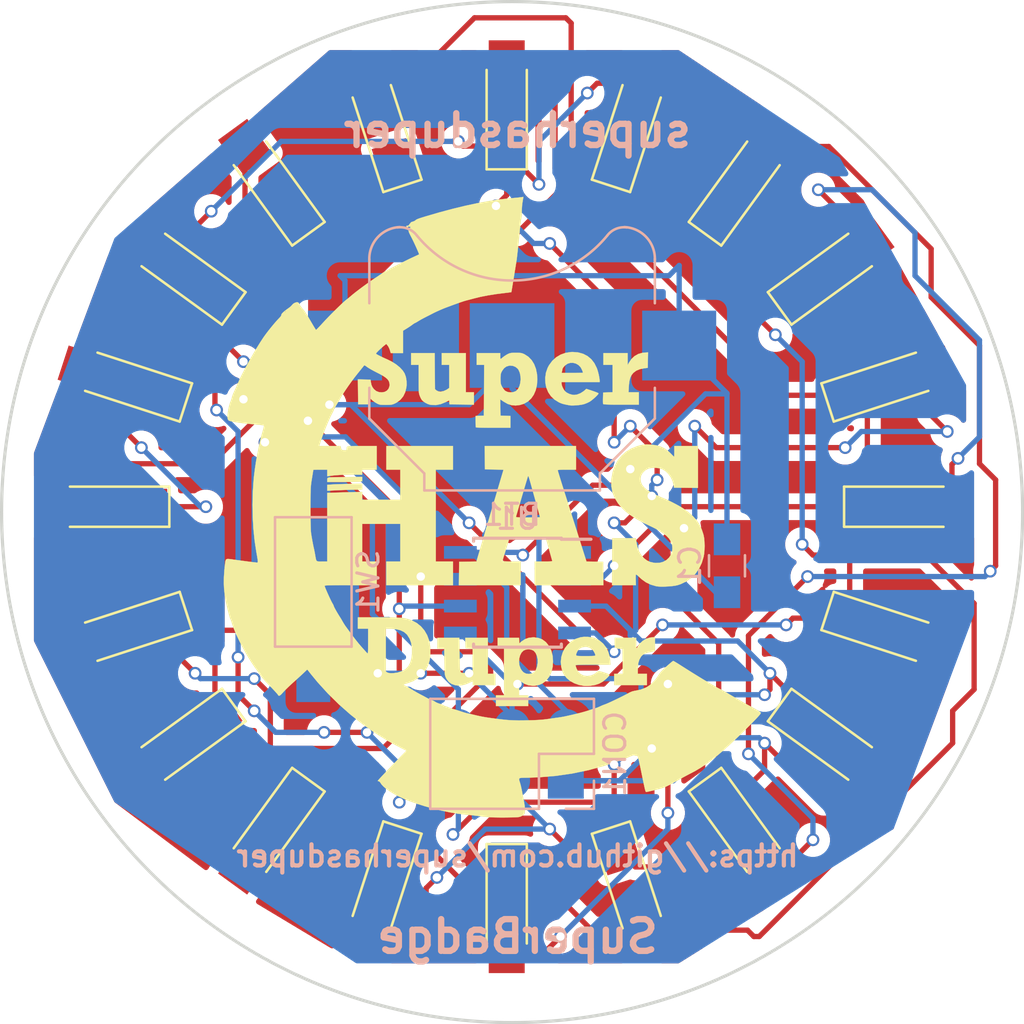
<source format=kicad_pcb>
(kicad_pcb (version 20171130) (host pcbnew "(5.1.0-0)")
  (layers (0 F.Cu signal hide) (31 B.Cu signal hide) (34 B.Paste user) (35 F.Paste user) (36 B.SilkS user) (37 F.SilkS user) (38 B.Mask user) (39 F.Mask user) (44 Edge.Cuts user))
  (net 0 "")
  (net 1 +3V3)
  (net 2 GND)
  (net 3 /MISO)
  (net 4 /SCK)
  (net 5 /MOSI)
  (net 6 /RESET)
  (net 7 "Net-(D1-Pad1)")
  (net 8 "Net-(D12-Pad1)")
  (module "badge copy:logo me v3.0" (layer F.Cu) (at 209.55 74.93)
    (fp_text reference G*** hide)
    (fp_text value LOGO hide)
  )
  (module Pin_Headers:Pin_Header_Straight_2x03_Pitch2.54mm (layer B.Cu) (at 211.836 86.614 90)
    (fp_text reference CON1 (at 1.27 2.33 90) (layer B.SilkS) (effects (justify mirror)))
    (fp_text value AVR-ISP-6)
    (pad 1 smd rect (at 0 0 90) (size 1.7 1.7) (layers B.Cu B.Paste B.Mask) (net 3 /MISO))
    (pad 2 smd oval (at 2.54 0 90) (size 1.7 1.7) (layers B.Cu B.Paste B.Mask) (net 1 +3V3))
    (pad 3 smd oval (at 0 -2.54 90) (size 1.7 1.7) (layers B.Cu B.Paste B.Mask) (net 4 /SCK))
    (pad 4 smd oval (at 2.54 -2.54 90) (size 1.7 1.7) (layers B.Cu B.Paste B.Mask) (net 5 /MOSI))
    (pad 5 smd oval (at 0 -5.08 90) (size 1.7 1.7) (layers B.Cu B.Paste B.Mask) (net 6 /RESET))
    (pad 6 smd oval (at 2.54 -5.08 90) (size 1.7 1.7) (layers B.Cu B.Paste B.Mask) (net 2 GND))
  )
  (module Battery_Holders:Keystone_3000_1x12mm-CoinCell (layer B.Cu) (at 209.296 66.04)
    (fp_text reference BT1 (at 0 8) (layer B.SilkS) (effects (justify mirror)))
    (fp_text value Battery_Cell)
    (pad 1 smd rect (at -7.9 0) (size 3.5 3.3) (layers B.Cu B.Paste B.Mask) (net 1 +3V3))
    (pad 1 smd rect (at 7.9 0) (size 3.5 3.3) (layers B.Cu B.Paste B.Mask) (net 1 +3V3))
    (pad 2 smd rect (at 0 0) (size 4 4) (layers B.Cu B.Mask) (net 2 GND))
  )
  (module Capacitors_SMD:C_0805_HandSoldering (layer B.Cu) (at 219.456 76.454 270)
    (fp_text reference C1 (at 0 1.75 270) (layer B.SilkS) (effects (justify mirror)))
    (fp_text value CP)
    (pad 1 smd rect (at -1.25 0 270) (size 1.5 1.25) (layers B.Cu B.Paste B.Mask) (net 1 +3V3))
    (pad 2 smd rect (at 1.25 0 270) (size 1.5 1.25) (layers B.Cu B.Paste B.Mask) (net 2 GND))
  )
  (module LEDs:LED_1206_HandSoldering (layer F.Cu) (at 228.092 73.66)
    (fp_text reference D1 hide)
    (fp_text value LED)
    (pad 1 smd rect (at -2 0) (size 2 1.7) (layers F.Cu F.Paste F.Mask) (net 7 "Net-(D1-Pad1)"))
    (pad 2 smd rect (at 2 0) (size 2 1.7) (layers F.Cu F.Paste F.Mask) (net 5 /MOSI))
  )
  (module LEDs:LED_1206_HandSoldering (layer F.Cu) (at 227.159626 79.546773 342)
    (fp_text reference D2 hide)
    (fp_text value LED)
    (pad 1 smd rect (at -2 0 342) (size 2 1.7) (layers F.Cu F.Paste F.Mask) (net 5 /MOSI))
    (pad 2 smd rect (at 2 0 342) (size 2 1.7) (layers F.Cu F.Paste F.Mask) (net 8 "Net-(D12-Pad1)"))
  )
  (module LEDs:LED_1206_HandSoldering (layer F.Cu) (at 224.453773 84.857309 324)
    (fp_text reference D3 hide)
    (fp_text value LED)
    (pad 1 smd rect (at -2 0 324) (size 2 1.7) (layers F.Cu F.Paste F.Mask) (net 8 "Net-(D12-Pad1)"))
    (pad 2 smd rect (at 2 0 324) (size 2 1.7) (layers F.Cu F.Paste F.Mask) (net 3 /MISO))
  )
  (module LEDs:LED_1206_HandSoldering (layer F.Cu) (at 220.239309 89.071773 306)
    (fp_text reference D4 hide)
    (fp_text value LED)
    (pad 1 smd rect (at -2 0 306) (size 2 1.7) (layers F.Cu F.Paste F.Mask) (net 3 /MISO))
    (pad 2 smd rect (at 2 0 306) (size 2 1.7) (layers F.Cu F.Paste F.Mask) (net 4 /SCK))
  )
  (module LEDs:LED_1206_HandSoldering (layer F.Cu) (at 214.928773 91.777626 288)
    (fp_text reference D5 hide)
    (fp_text value LED)
    (pad 1 smd rect (at -2 0 288) (size 2 1.7) (layers F.Cu F.Paste F.Mask) (net 4 /SCK))
    (pad 2 smd rect (at 2 0 288) (size 2 1.7) (layers F.Cu F.Paste F.Mask) (net 7 "Net-(D1-Pad1)"))
  )
  (module LEDs:LED_1206_HandSoldering (layer F.Cu) (at 209.042 92.71 270)
    (fp_text reference D6 hide)
    (fp_text value LED)
    (pad 1 smd rect (at -2 0 270) (size 2 1.7) (layers F.Cu F.Paste F.Mask) (net 7 "Net-(D1-Pad1)"))
    (pad 2 smd rect (at 2 0 270) (size 2 1.7) (layers F.Cu F.Paste F.Mask) (net 8 "Net-(D12-Pad1)"))
  )
  (module LEDs:LED_1206_HandSoldering (layer F.Cu) (at 203.155226 91.777626 252)
    (fp_text reference D7 hide)
    (fp_text value LED)
    (pad 1 smd rect (at -2 0 252) (size 2 1.7) (layers F.Cu F.Paste F.Mask) (net 8 "Net-(D12-Pad1)"))
    (pad 2 smd rect (at 2 0 252) (size 2 1.7) (layers F.Cu F.Paste F.Mask) (net 4 /SCK))
  )
  (module LEDs:LED_1206_HandSoldering (layer F.Cu) (at 197.84469 89.071773 234)
    (fp_text reference D8 hide)
    (fp_text value LED)
    (pad 1 smd rect (at -2 0 234) (size 2 1.7) (layers F.Cu F.Paste F.Mask) (net 4 /SCK))
    (pad 2 smd rect (at 2 0 234) (size 2 1.7) (layers F.Cu F.Paste F.Mask) (net 5 /MOSI))
  )
  (module LEDs:LED_1206_HandSoldering (layer F.Cu) (at 193.630227 84.857309 216)
    (fp_text reference D9 hide)
    (fp_text value LED)
    (pad 1 smd rect (at -2 0 216) (size 2 1.7) (layers F.Cu F.Paste F.Mask) (net 5 /MOSI))
    (pad 2 smd rect (at 2 0 216) (size 2 1.7) (layers F.Cu F.Paste F.Mask) (net 3 /MISO))
  )
  (module LEDs:LED_1206_HandSoldering (layer F.Cu) (at 190.924374 79.546773 198)
    (fp_text reference D10 hide)
    (fp_text value LED)
    (pad 1 smd rect (at -2 0 198) (size 2 1.7) (layers F.Cu F.Paste F.Mask) (net 3 /MISO))
    (pad 2 smd rect (at 2 0 198) (size 2 1.7) (layers F.Cu F.Paste F.Mask) (net 7 "Net-(D1-Pad1)"))
  )
  (module LEDs:LED_1206_HandSoldering (layer F.Cu) (at 189.992 73.66 180)
    (fp_text reference D11 hide)
    (fp_text value LED)
    (pad 1 smd rect (at -2 0 180) (size 2 1.7) (layers F.Cu F.Paste F.Mask) (net 5 /MOSI))
    (pad 2 smd rect (at 2 0 180) (size 2 1.7) (layers F.Cu F.Paste F.Mask) (net 7 "Net-(D1-Pad1)"))
  )
  (module LEDs:LED_1206_HandSoldering (layer F.Cu) (at 190.924374 67.773226 162)
    (fp_text reference D12 hide)
    (fp_text value LED)
    (pad 1 smd rect (at -2 0 162) (size 2 1.7) (layers F.Cu F.Paste F.Mask) (net 8 "Net-(D12-Pad1)"))
    (pad 2 smd rect (at 2 0 162) (size 2 1.7) (layers F.Cu F.Paste F.Mask) (net 5 /MOSI))
  )
  (module LEDs:LED_1206_HandSoldering (layer F.Cu) (at 193.630227 62.46269 144)
    (fp_text reference D13 hide)
    (fp_text value LED)
    (pad 1 smd rect (at -2 0 144) (size 2 1.7) (layers F.Cu F.Paste F.Mask) (net 3 /MISO))
    (pad 2 smd rect (at 2 0 144) (size 2 1.7) (layers F.Cu F.Paste F.Mask) (net 8 "Net-(D12-Pad1)"))
  )
  (module LEDs:LED_1206_HandSoldering (layer F.Cu) (at 197.84469 58.248227 126)
    (fp_text reference D14 hide)
    (fp_text value LED)
    (pad 1 smd rect (at -2 0 126) (size 2 1.7) (layers F.Cu F.Paste F.Mask) (net 4 /SCK))
    (pad 2 smd rect (at 2 0 126) (size 2 1.7) (layers F.Cu F.Paste F.Mask) (net 3 /MISO))
  )
  (module LEDs:LED_1206_HandSoldering (layer F.Cu) (at 203.155226 55.542374 108)
    (fp_text reference D15 hide)
    (fp_text value LED)
    (pad 1 smd rect (at -2 0 108) (size 2 1.7) (layers F.Cu F.Paste F.Mask) (net 7 "Net-(D1-Pad1)"))
    (pad 2 smd rect (at 2 0 108) (size 2 1.7) (layers F.Cu F.Paste F.Mask) (net 4 /SCK))
  )
  (module LEDs:LED_1206_HandSoldering (layer F.Cu) (at 209.041999 54.61 90)
    (fp_text reference D16 hide)
    (fp_text value LED)
    (pad 1 smd rect (at -2 0 90) (size 2 1.7) (layers F.Cu F.Paste F.Mask) (net 8 "Net-(D12-Pad1)"))
    (pad 2 smd rect (at 2 0 90) (size 2 1.7) (layers F.Cu F.Paste F.Mask) (net 7 "Net-(D1-Pad1)"))
  )
  (module LEDs:LED_1206_HandSoldering (layer F.Cu) (at 214.928773 55.542374 72)
    (fp_text reference D17 hide)
    (fp_text value LED)
    (pad 1 smd rect (at -2 0 72) (size 2 1.7) (layers F.Cu F.Paste F.Mask) (net 4 /SCK))
    (pad 2 smd rect (at 2 0 72) (size 2 1.7) (layers F.Cu F.Paste F.Mask) (net 8 "Net-(D12-Pad1)"))
  )
  (module LEDs:LED_1206_HandSoldering (layer F.Cu) (at 220.239309 58.248227 54)
    (fp_text reference D18 hide)
    (fp_text value LED)
    (pad 1 smd rect (at -2 0 54) (size 2 1.7) (layers F.Cu F.Paste F.Mask) (net 5 /MOSI))
    (pad 2 smd rect (at 2 0 54) (size 2 1.7) (layers F.Cu F.Paste F.Mask) (net 4 /SCK))
  )
  (module LEDs:LED_1206_HandSoldering (layer F.Cu) (at 224.453773 62.46269 36)
    (fp_text reference D19 hide)
    (fp_text value LED)
    (pad 1 smd rect (at -2 0 36) (size 2 1.7) (layers F.Cu F.Paste F.Mask) (net 3 /MISO))
    (pad 2 smd rect (at 2 0 36) (size 2 1.7) (layers F.Cu F.Paste F.Mask) (net 5 /MOSI))
  )
  (module LEDs:LED_1206_HandSoldering (layer F.Cu) (at 227.159626 67.773226 18)
    (fp_text reference D20 hide)
    (fp_text value LED)
    (pad 1 smd rect (at -2 0 18) (size 2 1.7) (layers F.Cu F.Paste F.Mask) (net 7 "Net-(D1-Pad1)"))
    (pad 2 smd rect (at 2 0 18) (size 2 1.7) (layers F.Cu F.Paste F.Mask) (net 3 /MISO))
  )
  (module Buttons_Switches_SMD:SW_SPST_FSMSM (layer B.Cu) (at 199.898 77.216 90)
    (fp_text reference SW1 (at 0 2.6 90) (layer B.SilkS) (effects (justify mirror)))
    (fp_text value SW_Push)
    (pad 1 smd rect (at -4.59 0 90) (size 2.18 1.6) (layers B.Cu B.Paste B.Mask) (net 6 /RESET))
    (pad 2 smd rect (at 4.59 0 90) (size 2.18 1.6) (layers B.Cu B.Paste B.Mask) (net 2 GND))
  )
  (module Housings_SOIC:SOIC-8_3.9x4.9mm_Pitch1.27mm (layer B.Cu) (at 209.55 77.724 180)
    (fp_text reference U1 (at 0 3.5 180) (layer B.SilkS) (effects (justify mirror)))
    (fp_text value ATTINY85-20SU)
    (pad 1 smd rect (at -2.7 1.905 180) (size 1.55 0.6) (layers B.Cu B.Paste B.Mask) (net 6 /RESET))
    (pad 2 smd rect (at -2.7 0.635 180) (size 1.55 0.6) (layers B.Cu B.Paste B.Mask) (net 7 "Net-(D1-Pad1)"))
    (pad 3 smd rect (at -2.7 -0.635 180) (size 1.55 0.6) (layers B.Cu B.Paste B.Mask) (net 8 "Net-(D12-Pad1)"))
    (pad 4 smd rect (at -2.7 -1.905 180) (size 1.55 0.6) (layers B.Cu B.Paste B.Mask) (net 2 GND))
    (pad 5 smd rect (at 2.7 -1.905 180) (size 1.55 0.6) (layers B.Cu B.Paste B.Mask) (net 5 /MOSI))
    (pad 6 smd rect (at 2.7 -0.635 180) (size 1.55 0.6) (layers B.Cu B.Paste B.Mask) (net 3 /MISO))
    (pad 7 smd rect (at 2.7 0.635 180) (size 1.55 0.6) (layers B.Cu B.Paste B.Mask) (net 4 /SCK))
    (pad 8 smd rect (at 2.7 1.905 180) (size 1.55 0.6) (layers B.Cu B.Paste B.Mask) (net 1 +3V3))
  )
  (gr_text superhasduper (at 209.55 55.88) (layer B.SilkS) (effects (font (size 1.5 1.5) (thickness 0.3)) (justify mirror)))
  (gr_text SuperBadge (at 209.55 93.98) (layer B.SilkS) (effects (font (size 1.5 1.5) (thickness 0.3)) (justify mirror)))
  (gr_text https://github.com/superhasduper (at 209.55 90.17) (layer B.SilkS) (effects (font (size 1 1) (thickness 0.2)) (justify mirror)))
  (gr_circle (center 209.296 73.914) (end 208.788 49.784) (layer Edge.Cuts) (width 0.15))
  (segment (start 219.456 68.326) (end 218.44 68.326) (width 0.25) (layer B.Cu) (net 1))
  (segment (start 209.677 75.819) (end 206.85 75.819) (width 0.25) (layer B.Cu) (net 1))
  (segment (start 209.804 75.946) (end 209.677 75.819) (width 0.25) (layer B.Cu) (net 1))
  (via (at 209.804 75.946) (size 0.6) (drill 0.4) (layers F.Cu B.Cu) (net 1))
  (segment (start 213.106 72.644) (end 209.804 75.946) (width 0.25) (layer F.Cu) (net 1))
  (segment (start 214.122 72.644) (end 213.106 72.644) (width 0.25) (layer F.Cu) (net 1))
  (segment (start 214.884 71.882) (end 214.122 72.644) (width 0.25) (layer F.Cu) (net 1))
  (via (at 214.884 71.882) (size 0.6) (drill 0.4) (layers F.Cu B.Cu) (net 1))
  (segment (start 218.44 68.326) (end 214.884 71.882) (width 0.25) (layer B.Cu) (net 1))
  (segment (start 206.85 75.819) (end 207.391 75.819) (width 0.25) (layer B.Cu) (net 1))
  (segment (start 207.391 75.819) (end 209.042 77.47) (width 0.25) (layer B.Cu) (net 1))
  (segment (start 209.042 77.47) (end 209.042 80.518) (width 0.25) (layer B.Cu) (net 1))
  (segment (start 209.042 80.518) (end 209.296 80.772) (width 0.25) (layer B.Cu) (net 1))
  (segment (start 211.836 84.074) (end 211.836 83.312) (width 0.25) (layer B.Cu) (net 1))
  (segment (start 211.836 83.312) (end 209.296 80.772) (width 0.25) (layer B.Cu) (net 1))
  (segment (start 217.196 66.04) (end 217.196 62.256) (width 0.25) (layer B.Cu) (net 1))
  (segment (start 201.396 62.966) (end 201.396 66.04) (width 0.25) (layer B.Cu) (net 1))
  (segment (start 201.168 62.738) (end 201.396 62.966) (width 0.25) (layer B.Cu) (net 1))
  (segment (start 216.714 62.738) (end 201.168 62.738) (width 0.25) (layer B.Cu) (net 1))
  (segment (start 217.196 62.256) (end 216.714 62.738) (width 0.25) (layer B.Cu) (net 1))
  (segment (start 219.456 75.204) (end 219.456 68.326) (width 0.25) (layer B.Cu) (net 1))
  (segment (start 219.456 68.326) (end 219.456 68.3) (width 0.25) (layer B.Cu) (net 1))
  (segment (start 219.456 68.3) (end 217.196 66.04) (width 0.25) (layer B.Cu) (net 1))
  (segment (start 206.756 84.074) (end 206.756 82.296) (width 0.25) (layer B.Cu) (net 2))
  (segment (start 201.404 72.626) (end 199.898 72.626) (width 0.25) (layer B.Cu) (net 2))
  (segment (start 202.692 73.914) (end 201.404 72.626) (width 0.25) (layer B.Cu) (net 2))
  (segment (start 202.692 78.74) (end 202.692 73.914) (width 0.25) (layer B.Cu) (net 2))
  (segment (start 202.946 78.994) (end 202.692 78.74) (width 0.25) (layer B.Cu) (net 2))
  (segment (start 203.454 78.994) (end 202.946 78.994) (width 0.25) (layer B.Cu) (net 2))
  (segment (start 206.756 82.296) (end 203.454 78.994) (width 0.25) (layer B.Cu) (net 2))
  (segment (start 200.66 68.834) (end 201.676 68.834) (width 0.25) (layer B.Cu) (net 2))
  (segment (start 213.233 79.629) (end 212.25 79.629) (width 0.25) (layer B.Cu) (net 2))
  (segment (start 214.122 80.518) (end 213.233 79.629) (width 0.25) (layer B.Cu) (net 2))
  (via (at 214.122 80.518) (size 0.6) (drill 0.4) (layers F.Cu B.Cu) (net 2))
  (segment (start 213.36 80.518) (end 214.122 80.518) (width 0.25) (layer F.Cu) (net 2))
  (segment (start 207.264 74.422) (end 213.36 80.518) (width 0.25) (layer F.Cu) (net 2))
  (via (at 207.264 74.422) (size 0.6) (drill 0.4) (layers F.Cu B.Cu) (net 2))
  (segment (start 201.676 68.834) (end 207.264 74.422) (width 0.25) (layer B.Cu) (net 2))
  (segment (start 199.898 72.626) (end 199.626 72.626) (width 0.25) (layer B.Cu) (net 2))
  (segment (start 199.626 72.626) (end 197.612 70.612) (width 0.25) (layer B.Cu) (net 2))
  (via (at 197.612 70.612) (size 0.6) (drill 0.4) (layers F.Cu B.Cu) (net 2))
  (segment (start 197.612 70.612) (end 199.39 68.834) (width 0.25) (layer F.Cu) (net 2))
  (segment (start 199.39 68.834) (end 200.66 68.834) (width 0.25) (layer F.Cu) (net 2))
  (via (at 200.66 68.834) (size 0.6) (drill 0.4) (layers F.Cu B.Cu) (net 2))
  (segment (start 200.66 68.834) (end 207.264 68.834) (width 0.25) (layer B.Cu) (net 2))
  (segment (start 207.264 68.834) (end 209.296 66.802) (width 0.25) (layer B.Cu) (net 2))
  (segment (start 209.296 66.802) (end 209.296 66.04) (width 0.25) (layer B.Cu) (net 2))
  (segment (start 219.456 77.704) (end 218.928 77.704) (width 0.25) (layer B.Cu) (net 2))
  (segment (start 218.928 77.704) (end 209.296 68.072) (width 0.25) (layer B.Cu) (net 2))
  (segment (start 209.296 68.072) (end 209.296 66.04) (width 0.25) (layer B.Cu) (net 2))
  (segment (start 229.061739 67.155192) (end 226.921192 67.155192) (width 0.25) (layer F.Cu) (net 3))
  (segment (start 226.921192 67.155192) (end 223.404261 63.638261) (width 0.25) (layer F.Cu) (net 3))
  (segment (start 223.404261 63.638261) (end 222.835739 63.638261) (width 0.25) (layer F.Cu) (net 3))
  (segment (start 219.063738 87.453739) (end 219.063738 80.125738) (width 0.25) (layer F.Cu) (net 3))
  (segment (start 229.061739 69.295739) (end 229.061739 67.155192) (width 0.25) (layer F.Cu) (net 3))
  (segment (start 229.87 70.104) (end 229.061739 69.295739) (width 0.25) (layer F.Cu) (net 3))
  (via (at 229.87 70.104) (size 0.6) (drill 0.4) (layers F.Cu B.Cu) (net 3))
  (segment (start 225.806 70.104) (end 229.87 70.104) (width 0.25) (layer B.Cu) (net 3))
  (segment (start 225.044 70.866) (end 225.806 70.104) (width 0.25) (layer B.Cu) (net 3))
  (via (at 225.044 70.866) (size 0.6) (drill 0.4) (layers F.Cu B.Cu) (net 3))
  (segment (start 218.948 70.866) (end 225.044 70.866) (width 0.25) (layer F.Cu) (net 3))
  (segment (start 217.932 69.85) (end 218.948 70.866) (width 0.25) (layer F.Cu) (net 3))
  (via (at 217.932 69.85) (size 0.6) (drill 0.4) (layers F.Cu B.Cu) (net 3))
  (segment (start 217.932 74.168) (end 217.932 69.85) (width 0.25) (layer B.Cu) (net 3))
  (segment (start 217.424 74.676) (end 217.932 74.168) (width 0.25) (layer B.Cu) (net 3))
  (via (at 217.424 74.676) (size 0.6) (drill 0.4) (layers F.Cu B.Cu) (net 3))
  (segment (start 217.424 78.486) (end 217.424 74.676) (width 0.25) (layer F.Cu) (net 3))
  (segment (start 219.063738 80.125738) (end 217.424 78.486) (width 0.25) (layer F.Cu) (net 3))
  (segment (start 219.063738 87.453739) (end 219.886261 87.453739) (width 0.25) (layer F.Cu) (net 3))
  (segment (start 219.886261 87.453739) (end 221.234 86.106) (width 0.25) (layer F.Cu) (net 3))
  (segment (start 221.234 86.106) (end 221.234 84.836) (width 0.25) (layer F.Cu) (net 3))
  (segment (start 211.836 86.614) (end 216.916 86.614) (width 0.25) (layer B.Cu) (net 3))
  (segment (start 224.474687 87.63) (end 226.071807 86.03288) (width 0.25) (layer F.Cu) (net 3))
  (segment (start 224.028 87.63) (end 224.474687 87.63) (width 0.25) (layer F.Cu) (net 3))
  (segment (start 221.234 84.836) (end 224.028 87.63) (width 0.25) (layer F.Cu) (net 3))
  (via (at 221.234 84.836) (size 0.6) (drill 0.4) (layers F.Cu B.Cu) (net 3))
  (segment (start 220.98 84.582) (end 221.234 84.836) (width 0.25) (layer B.Cu) (net 3))
  (segment (start 218.948 84.582) (end 220.98 84.582) (width 0.25) (layer B.Cu) (net 3))
  (segment (start 216.916 86.614) (end 218.948 84.582) (width 0.25) (layer B.Cu) (net 3))
  (segment (start 195.248261 63.638261) (end 195.248261 69.010261) (width 0.25) (layer F.Cu) (net 3))
  (segment (start 214.376 86.614) (end 211.836 86.614) (width 0.25) (layer B.Cu) (net 3))
  (segment (start 215.9 85.09) (end 214.376 86.614) (width 0.25) (layer B.Cu) (net 3))
  (via (at 215.9 85.09) (size 0.6) (drill 0.4) (layers F.Cu B.Cu) (net 3))
  (segment (start 206.502 85.09) (end 215.9 85.09) (width 0.25) (layer F.Cu) (net 3))
  (segment (start 203.962 87.63) (end 206.502 85.09) (width 0.25) (layer F.Cu) (net 3))
  (via (at 203.962 87.63) (size 0.6) (drill 0.4) (layers F.Cu B.Cu) (net 3))
  (segment (start 203.962 85.852) (end 203.962 87.63) (width 0.25) (layer B.Cu) (net 3))
  (segment (start 202.438 84.328) (end 203.962 85.852) (width 0.25) (layer B.Cu) (net 3))
  (via (at 202.438 84.328) (size 0.6) (drill 0.4) (layers F.Cu B.Cu) (net 3))
  (segment (start 200.406 84.328) (end 202.438 84.328) (width 0.25) (layer F.Cu) (net 3))
  (via (at 200.406 84.328) (size 0.6) (drill 0.4) (layers F.Cu B.Cu) (net 3))
  (segment (start 198.12 84.328) (end 200.406 84.328) (width 0.25) (layer B.Cu) (net 3))
  (segment (start 197.104 83.312) (end 198.12 84.328) (width 0.25) (layer B.Cu) (net 3))
  (via (at 197.104 83.312) (size 0.6) (drill 0.4) (layers F.Cu B.Cu) (net 3))
  (segment (start 196.342 82.55) (end 197.104 83.312) (width 0.25) (layer F.Cu) (net 3))
  (segment (start 196.342 80.772) (end 196.342 82.55) (width 0.25) (layer F.Cu) (net 3))
  (via (at 196.342 80.772) (size 0.6) (drill 0.4) (layers F.Cu B.Cu) (net 3))
  (segment (start 196.342 70.104) (end 196.342 80.772) (width 0.25) (layer B.Cu) (net 3))
  (segment (start 195.326 69.088) (end 196.342 70.104) (width 0.25) (layer B.Cu) (net 3))
  (via (at 195.326 69.088) (size 0.6) (drill 0.4) (layers F.Cu B.Cu) (net 3))
  (segment (start 195.248261 69.010261) (end 195.326 69.088) (width 0.25) (layer F.Cu) (net 3))
  (segment (start 195.248261 63.638261) (end 195.248261 62.307739) (width 0.25) (layer F.Cu) (net 3))
  (segment (start 196.669119 60.886881) (end 196.669119 56.630193) (width 0.25) (layer F.Cu) (net 3))
  (segment (start 195.248261 62.307739) (end 196.669119 60.886881) (width 0.25) (layer F.Cu) (net 3))
  (segment (start 203.962 78.486) (end 203.962 73.914) (width 0.25) (layer F.Cu) (net 3))
  (segment (start 195.248261 65.454261) (end 195.248261 63.638261) (width 0.25) (layer F.Cu) (net 3))
  (segment (start 196.596 66.802) (end 195.248261 65.454261) (width 0.25) (layer F.Cu) (net 3))
  (via (at 196.596 66.802) (size 0.6) (drill 0.4) (layers F.Cu B.Cu) (net 3))
  (segment (start 196.85 66.802) (end 196.596 66.802) (width 0.25) (layer B.Cu) (net 3))
  (segment (start 199.644 69.596) (end 196.85 66.802) (width 0.25) (layer B.Cu) (net 3))
  (via (at 199.644 69.596) (size 0.6) (drill 0.4) (layers F.Cu B.Cu) (net 3))
  (segment (start 203.962 73.914) (end 199.644 69.596) (width 0.25) (layer F.Cu) (net 3))
  (segment (start 192.826487 78.928739) (end 192.826487 80.050487) (width 0.25) (layer F.Cu) (net 3))
  (segment (start 204.089 78.359) (end 206.85 78.359) (width 0.25) (layer B.Cu) (net 3))
  (segment (start 203.962 78.486) (end 204.089 78.359) (width 0.25) (layer B.Cu) (net 3))
  (via (at 203.962 78.486) (size 0.6) (drill 0.4) (layers F.Cu B.Cu) (net 3))
  (segment (start 203.962 84.328) (end 203.962 78.486) (width 0.25) (layer F.Cu) (net 3))
  (segment (start 203.2 85.09) (end 203.962 84.328) (width 0.25) (layer F.Cu) (net 3))
  (segment (start 197.866 85.09) (end 203.2 85.09) (width 0.25) (layer F.Cu) (net 3))
  (segment (start 197.866 82.55) (end 197.866 85.09) (width 0.25) (layer F.Cu) (net 3))
  (segment (start 197.104 81.788) (end 197.866 82.55) (width 0.25) (layer F.Cu) (net 3))
  (via (at 197.104 81.788) (size 0.6) (drill 0.4) (layers F.Cu B.Cu) (net 3))
  (segment (start 194.564 81.788) (end 197.104 81.788) (width 0.25) (layer B.Cu) (net 3))
  (segment (start 194.31 81.534) (end 194.564 81.788) (width 0.25) (layer B.Cu) (net 3))
  (via (at 194.31 81.534) (size 0.6) (drill 0.4) (layers F.Cu B.Cu) (net 3))
  (segment (start 192.826487 80.050487) (end 194.31 81.534) (width 0.25) (layer F.Cu) (net 3))
  (segment (start 192.826487 78.928739) (end 192.826487 85.218586) (width 0.25) (layer F.Cu) (net 3))
  (segment (start 192.826487 85.218586) (end 192.012193 86.03288) (width 0.25) (layer F.Cu) (net 3))
  (segment (start 204.978 76.962) (end 204.978 73.914) (width 0.25) (layer B.Cu) (net 4))
  (segment (start 199.020261 66.155739) (end 199.020261 59.866261) (width 0.25) (layer F.Cu) (net 4))
  (segment (start 196.596 68.58) (end 199.020261 66.155739) (width 0.25) (layer F.Cu) (net 4))
  (via (at 196.596 68.58) (size 0.6) (drill 0.4) (layers F.Cu B.Cu) (net 4))
  (segment (start 198.374 70.358) (end 196.596 68.58) (width 0.25) (layer B.Cu) (net 4))
  (segment (start 201.422 70.358) (end 198.374 70.358) (width 0.25) (layer B.Cu) (net 4))
  (segment (start 204.978 73.914) (end 201.422 70.358) (width 0.25) (layer B.Cu) (net 4))
  (segment (start 199.020261 87.453739) (end 202.360261 87.453739) (width 0.25) (layer F.Cu) (net 4))
  (segment (start 205.105 77.089) (end 206.85 77.089) (width 0.25) (layer B.Cu) (net 4))
  (segment (start 204.978 76.962) (end 205.105 77.089) (width 0.25) (layer B.Cu) (net 4))
  (via (at 204.978 76.962) (size 0.6) (drill 0.4) (layers F.Cu B.Cu) (net 4))
  (segment (start 204.978 80.518) (end 204.978 76.962) (width 0.25) (layer F.Cu) (net 4))
  (segment (start 207.518 80.518) (end 204.978 80.518) (width 0.25) (layer F.Cu) (net 4))
  (segment (start 208.28 81.28) (end 207.518 80.518) (width 0.25) (layer F.Cu) (net 4))
  (segment (start 208.28 81.534) (end 208.28 81.28) (width 0.25) (layer F.Cu) (net 4))
  (segment (start 202.360261 87.453739) (end 208.28 81.534) (width 0.25) (layer F.Cu) (net 4))
  (segment (start 202.537192 93.679739) (end 201.629739 93.679739) (width 0.25) (layer F.Cu) (net 4))
  (segment (start 201.168 89.601478) (end 199.020261 87.453739) (width 0.25) (layer F.Cu) (net 4))
  (segment (start 201.168 93.218) (end 201.168 89.601478) (width 0.25) (layer F.Cu) (net 4))
  (segment (start 201.629739 93.679739) (end 201.168 93.218) (width 0.25) (layer F.Cu) (net 4))
  (segment (start 211.074 88.9) (end 208.026 88.9) (width 0.25) (layer B.Cu) (net 4))
  (segment (start 204.677739 93.679739) (end 202.537192 93.679739) (width 0.25) (layer F.Cu) (net 4))
  (segment (start 205.232 94.234) (end 204.677739 93.679739) (width 0.25) (layer F.Cu) (net 4))
  (segment (start 205.232 91.694) (end 205.232 94.234) (width 0.25) (layer F.Cu) (net 4))
  (segment (start 205.74 91.186) (end 205.232 91.694) (width 0.25) (layer F.Cu) (net 4))
  (via (at 205.74 91.186) (size 0.6) (drill 0.4) (layers F.Cu B.Cu) (net 4))
  (segment (start 208.026 88.9) (end 205.74 91.186) (width 0.25) (layer B.Cu) (net 4))
  (segment (start 214.310739 89.875513) (end 212.049513 89.875513) (width 0.25) (layer F.Cu) (net 4))
  (segment (start 211.074 88.9) (end 209.296 87.122) (width 0.25) (layer B.Cu) (net 4))
  (via (at 211.074 88.9) (size 0.6) (drill 0.4) (layers F.Cu B.Cu) (net 4))
  (segment (start 212.049513 89.875513) (end 211.074 88.9) (width 0.25) (layer F.Cu) (net 4))
  (segment (start 209.296 87.122) (end 209.296 86.614) (width 0.25) (layer B.Cu) (net 4))
  (segment (start 221.41488 90.689807) (end 215.125033 90.689807) (width 0.25) (layer F.Cu) (net 4))
  (segment (start 215.125033 90.689807) (end 214.310739 89.875513) (width 0.25) (layer F.Cu) (net 4))
  (segment (start 221.41488 56.630193) (end 224.270193 56.630193) (width 0.25) (layer F.Cu) (net 4))
  (segment (start 223.52 89.408) (end 222.238193 90.689807) (width 0.25) (layer F.Cu) (net 4))
  (via (at 223.52 89.408) (size 0.6) (drill 0.4) (layers F.Cu B.Cu) (net 4))
  (segment (start 223.52 88.392) (end 223.52 89.408) (width 0.25) (layer B.Cu) (net 4))
  (segment (start 220.472 85.344) (end 223.52 88.392) (width 0.25) (layer B.Cu) (net 4))
  (via (at 220.472 85.344) (size 0.6) (drill 0.4) (layers F.Cu B.Cu) (net 4))
  (segment (start 220.472 79.756) (end 220.472 85.344) (width 0.25) (layer F.Cu) (net 4))
  (segment (start 223.266 76.962) (end 220.472 79.756) (width 0.25) (layer F.Cu) (net 4))
  (via (at 223.266 76.962) (size 0.6) (drill 0.4) (layers F.Cu B.Cu) (net 4))
  (segment (start 231.648 76.962) (end 223.266 76.962) (width 0.25) (layer B.Cu) (net 4))
  (segment (start 231.902 76.708) (end 231.648 76.962) (width 0.25) (layer B.Cu) (net 4))
  (via (at 231.902 76.708) (size 0.6) (drill 0.4) (layers F.Cu B.Cu) (net 4))
  (segment (start 232.156 76.454) (end 231.902 76.708) (width 0.25) (layer F.Cu) (net 4))
  (segment (start 232.156 72.39) (end 232.156 76.454) (width 0.25) (layer F.Cu) (net 4))
  (segment (start 231.394 71.628) (end 232.156 72.39) (width 0.25) (layer F.Cu) (net 4))
  (segment (start 231.394 66.04) (end 231.394 71.628) (width 0.25) (layer F.Cu) (net 4))
  (segment (start 229.108 63.754) (end 231.394 66.04) (width 0.25) (layer F.Cu) (net 4))
  (segment (start 229.108 61.468) (end 229.108 63.754) (width 0.25) (layer F.Cu) (net 4))
  (segment (start 224.270193 56.630193) (end 229.108 61.468) (width 0.25) (layer F.Cu) (net 4))
  (segment (start 222.238193 90.689807) (end 221.41488 90.689807) (width 0.25) (layer F.Cu) (net 4))
  (segment (start 214.310739 57.444487) (end 217.129513 57.444487) (width 0.25) (layer F.Cu) (net 4))
  (segment (start 217.943807 56.630193) (end 221.41488 56.630193) (width 0.25) (layer F.Cu) (net 4))
  (segment (start 217.129513 57.444487) (end 217.943807 56.630193) (width 0.25) (layer F.Cu) (net 4))
  (segment (start 213.762252 56.896) (end 212.09 56.896) (width 0.25) (layer F.Cu) (net 4))
  (segment (start 204.423739 53.640261) (end 207.518 50.546) (width 0.25) (layer F.Cu) (net 4))
  (segment (start 207.518 50.546) (end 211.836 50.546) (width 0.25) (layer F.Cu) (net 4))
  (segment (start 211.836 50.546) (end 212.09 50.8) (width 0.25) (layer F.Cu) (net 4))
  (segment (start 212.09 50.8) (end 212.09 56.896) (width 0.25) (layer F.Cu) (net 4))
  (segment (start 204.423739 53.640261) (end 202.537192 53.640261) (width 0.25) (layer F.Cu) (net 4))
  (segment (start 213.762252 56.896) (end 214.310739 57.444487) (width 0.25) (layer F.Cu) (net 4))
  (segment (start 209.296 84.074) (end 209.296 83.566) (width 0.25) (layer B.Cu) (net 5))
  (segment (start 209.296 83.566) (end 207.264 81.534) (width 0.25) (layer B.Cu) (net 5))
  (segment (start 200.914 79.502) (end 195.58 79.502) (width 0.25) (layer F.Cu) (net 5))
  (segment (start 202.946 81.534) (end 200.914 79.502) (width 0.25) (layer F.Cu) (net 5))
  (via (at 202.946 81.534) (size 0.6) (drill 0.4) (layers F.Cu B.Cu) (net 5))
  (segment (start 204.978 81.534) (end 202.946 81.534) (width 0.25) (layer B.Cu) (net 5))
  (via (at 204.978 81.534) (size 0.6) (drill 0.4) (layers F.Cu B.Cu) (net 5))
  (segment (start 207.264 81.534) (end 204.978 81.534) (width 0.25) (layer F.Cu) (net 5))
  (via (at 207.264 81.534) (size 0.6) (drill 0.4) (layers F.Cu B.Cu) (net 5))
  (segment (start 189.022261 67.155192) (end 189.022261 68.118261) (width 0.25) (layer F.Cu) (net 5))
  (segment (start 194.818 73.66) (end 191.992 73.66) (width 0.25) (layer F.Cu) (net 5))
  (via (at 194.818 73.66) (size 0.6) (drill 0.4) (layers F.Cu B.Cu) (net 5))
  (segment (start 194.564 73.66) (end 194.818 73.66) (width 0.25) (layer B.Cu) (net 5))
  (segment (start 191.77 70.866) (end 194.564 73.66) (width 0.25) (layer B.Cu) (net 5))
  (via (at 191.77 70.866) (size 0.6) (drill 0.4) (layers F.Cu B.Cu) (net 5))
  (segment (start 189.022261 68.118261) (end 191.77 70.866) (width 0.25) (layer F.Cu) (net 5))
  (segment (start 209.55 82.042) (end 209.263 82.042) (width 0.25) (layer B.Cu) (net 5))
  (segment (start 209.263 82.042) (end 206.85 79.629) (width 0.25) (layer B.Cu) (net 5))
  (segment (start 225.257513 78.928739) (end 222.569261 78.928739) (width 0.25) (layer F.Cu) (net 5))
  (segment (start 209.296 82.296) (end 209.296 84.074) (width 0.25) (layer B.Cu) (net 5))
  (segment (start 209.55 82.042) (end 209.296 82.296) (width 0.25) (layer B.Cu) (net 5))
  (via (at 209.55 82.042) (size 0.6) (drill 0.4) (layers F.Cu B.Cu) (net 5))
  (segment (start 213.614 82.042) (end 209.55 82.042) (width 0.25) (layer F.Cu) (net 5))
  (segment (start 216.408 79.248) (end 213.614 82.042) (width 0.25) (layer F.Cu) (net 5))
  (via (at 216.408 79.248) (size 0.6) (drill 0.4) (layers F.Cu B.Cu) (net 5))
  (segment (start 222.25 79.248) (end 216.408 79.248) (width 0.25) (layer B.Cu) (net 5))
  (via (at 222.25 79.248) (size 0.6) (drill 0.4) (layers F.Cu B.Cu) (net 5))
  (segment (start 222.569261 78.928739) (end 222.25 79.248) (width 0.25) (layer F.Cu) (net 5))
  (segment (start 219.063738 59.866261) (end 219.063738 62.853738) (width 0.25) (layer F.Cu) (net 5))
  (segment (start 225.257513 76.159513) (end 225.257513 78.928739) (width 0.25) (layer F.Cu) (net 5))
  (segment (start 225.044 75.946) (end 225.257513 76.159513) (width 0.25) (layer F.Cu) (net 5))
  (segment (start 223.52 75.946) (end 225.044 75.946) (width 0.25) (layer F.Cu) (net 5))
  (segment (start 223.012 75.438) (end 223.52 75.946) (width 0.25) (layer F.Cu) (net 5))
  (via (at 223.012 75.438) (size 0.6) (drill 0.4) (layers F.Cu B.Cu) (net 5))
  (segment (start 223.012 66.802) (end 223.012 75.438) (width 0.25) (layer B.Cu) (net 5))
  (segment (start 221.742 65.532) (end 223.012 66.802) (width 0.25) (layer B.Cu) (net 5))
  (via (at 221.742 65.532) (size 0.6) (drill 0.4) (layers F.Cu B.Cu) (net 5))
  (segment (start 219.063738 62.853738) (end 221.742 65.532) (width 0.25) (layer F.Cu) (net 5))
  (segment (start 230.092 73.66) (end 230.092 71.66) (width 0.25) (layer F.Cu) (net 5))
  (segment (start 223.774 58.674) (end 226.071807 60.971807) (width 0.25) (layer F.Cu) (net 5))
  (via (at 223.774 58.674) (size 0.6) (drill 0.4) (layers F.Cu B.Cu) (net 5))
  (segment (start 226.314 58.674) (end 223.774 58.674) (width 0.25) (layer B.Cu) (net 5))
  (segment (start 228.346 60.706) (end 226.314 58.674) (width 0.25) (layer B.Cu) (net 5))
  (segment (start 228.346 62.738) (end 228.346 60.706) (width 0.25) (layer B.Cu) (net 5))
  (segment (start 231.394 65.786) (end 228.346 62.738) (width 0.25) (layer B.Cu) (net 5))
  (segment (start 231.394 70.358) (end 231.394 65.786) (width 0.25) (layer B.Cu) (net 5))
  (segment (start 230.378 71.374) (end 231.394 70.358) (width 0.25) (layer B.Cu) (net 5))
  (via (at 230.378 71.374) (size 0.6) (drill 0.4) (layers F.Cu B.Cu) (net 5))
  (segment (start 230.092 71.66) (end 230.378 71.374) (width 0.25) (layer F.Cu) (net 5))
  (segment (start 226.071807 60.971807) (end 226.071807 61.287119) (width 0.25) (layer F.Cu) (net 5))
  (segment (start 226.071807 61.287119) (end 220.484596 61.287119) (width 0.25) (layer F.Cu) (net 5))
  (segment (start 220.484596 61.287119) (end 219.063738 59.866261) (width 0.25) (layer F.Cu) (net 5))
  (segment (start 195.248261 83.681738) (end 195.248261 80.341739) (width 0.25) (layer F.Cu) (net 5))
  (segment (start 195.58 77.248) (end 191.992 73.66) (width 0.25) (layer F.Cu) (net 5))
  (segment (start 195.58 80.01) (end 195.58 79.502) (width 0.25) (layer F.Cu) (net 5))
  (segment (start 195.58 79.502) (end 195.58 77.248) (width 0.25) (layer F.Cu) (net 5))
  (segment (start 195.248261 80.341739) (end 195.58 80.01) (width 0.25) (layer F.Cu) (net 5))
  (segment (start 196.669119 90.689807) (end 196.669119 89.481119) (width 0.25) (layer F.Cu) (net 5))
  (segment (start 196.669119 89.481119) (end 195.248261 88.060261) (width 0.25) (layer F.Cu) (net 5))
  (segment (start 195.248261 88.060261) (end 195.248261 83.681738) (width 0.25) (layer F.Cu) (net 5))
  (segment (start 215.392 81.788) (end 215.392 84.582) (width 0.25) (layer B.Cu) (net 6))
  (segment (start 212.25 74.008) (end 212.09 74.168) (width 0.25) (layer B.Cu) (net 6))
  (segment (start 212.09 74.168) (end 209.804 74.168) (width 0.25) (layer B.Cu) (net 6))
  (segment (start 209.804 74.168) (end 210.566 74.93) (width 0.25) (layer B.Cu) (net 6))
  (segment (start 210.566 74.93) (end 210.566 81.28) (width 0.25) (layer B.Cu) (net 6))
  (segment (start 210.566 81.28) (end 211.074 81.788) (width 0.25) (layer B.Cu) (net 6))
  (segment (start 211.074 81.788) (end 215.392 81.788) (width 0.25) (layer B.Cu) (net 6))
  (segment (start 212.25 75.819) (end 212.25 74.008) (width 0.25) (layer B.Cu) (net 6))
  (segment (start 206.756 88.9) (end 206.756 86.614) (width 0.25) (layer B.Cu) (net 6))
  (segment (start 206.502 89.154) (end 206.756 88.9) (width 0.25) (layer B.Cu) (net 6))
  (via (at 206.502 89.154) (size 0.6) (drill 0.4) (layers F.Cu B.Cu) (net 6))
  (segment (start 208.026 87.63) (end 206.502 89.154) (width 0.25) (layer F.Cu) (net 6))
  (segment (start 213.614 87.63) (end 208.026 87.63) (width 0.25) (layer F.Cu) (net 6))
  (segment (start 214.122 88.138) (end 213.614 87.63) (width 0.25) (layer F.Cu) (net 6))
  (segment (start 214.122 85.852) (end 214.122 88.138) (width 0.25) (layer F.Cu) (net 6))
  (via (at 214.122 85.852) (size 0.6) (drill 0.4) (layers F.Cu B.Cu) (net 6))
  (segment (start 215.392 84.582) (end 214.122 85.852) (width 0.25) (layer B.Cu) (net 6))
  (segment (start 199.898 81.806) (end 201.948 81.806) (width 0.25) (layer B.Cu) (net 6))
  (segment (start 201.948 81.806) (end 206.756 86.614) (width 0.25) (layer B.Cu) (net 6))
  (segment (start 187.992 73.66) (end 187.992 79.134546) (width 0.25) (layer F.Cu) (net 7))
  (segment (start 187.992 79.134546) (end 189.022261 80.164807) (width 0.25) (layer F.Cu) (net 7))
  (segment (start 207.022387 60.693614) (end 206.006386 60.693614) (width 0.25) (layer F.Cu) (net 7))
  (segment (start 187.992 71.914) (end 187.992 73.66) (width 0.25) (layer F.Cu) (net 7))
  (segment (start 187.706 71.628) (end 187.992 71.914) (width 0.25) (layer F.Cu) (net 7))
  (segment (start 195.072 71.628) (end 187.706 71.628) (width 0.25) (layer F.Cu) (net 7))
  (segment (start 206.006386 60.693614) (end 195.072 71.628) (width 0.25) (layer F.Cu) (net 7))
  (segment (start 211.582 57.912) (end 211.582 58.674) (width 0.25) (layer F.Cu) (net 7))
  (segment (start 207.034773 60.706) (end 207.022387 60.693614) (width 0.25) (layer F.Cu) (net 7))
  (segment (start 207.022387 60.693614) (end 203.77326 57.444487) (width 0.25) (layer F.Cu) (net 7))
  (segment (start 209.55 60.706) (end 207.034773 60.706) (width 0.25) (layer F.Cu) (net 7))
  (segment (start 211.582 58.674) (end 209.55 60.706) (width 0.25) (layer F.Cu) (net 7))
  (segment (start 225.257513 68.39126) (end 222.06126 68.39126) (width 0.25) (layer F.Cu) (net 7))
  (segment (start 211.042 52.61) (end 209.041999 52.61) (width 0.25) (layer F.Cu) (net 7))
  (segment (start 211.328 52.324) (end 211.042 52.61) (width 0.25) (layer F.Cu) (net 7))
  (segment (start 211.328 57.658) (end 211.328 52.324) (width 0.25) (layer F.Cu) (net 7))
  (segment (start 222.06126 68.39126) (end 211.582 57.912) (width 0.25) (layer F.Cu) (net 7))
  (segment (start 211.582 57.912) (end 211.328 57.658) (width 0.25) (layer F.Cu) (net 7))
  (segment (start 226.092 73.66) (end 216.916 73.66) (width 0.25) (layer F.Cu) (net 7))
  (segment (start 213.487 77.089) (end 212.25 77.089) (width 0.25) (layer B.Cu) (net 7))
  (segment (start 214.122 76.454) (end 213.487 77.089) (width 0.25) (layer B.Cu) (net 7))
  (via (at 214.122 76.454) (size 0.6) (drill 0.4) (layers F.Cu B.Cu) (net 7))
  (segment (start 216.916 73.66) (end 214.122 76.454) (width 0.25) (layer F.Cu) (net 7))
  (segment (start 226.092 73.66) (end 226.092 69.225747) (width 0.25) (layer F.Cu) (net 7))
  (segment (start 226.092 69.225747) (end 225.257513 68.39126) (width 0.25) (layer F.Cu) (net 7))
  (segment (start 215.546807 93.679739) (end 220.425739 93.679739) (width 0.25) (layer F.Cu) (net 7))
  (segment (start 226.092 75.914) (end 226.092 73.66) (width 0.25) (layer F.Cu) (net 7))
  (segment (start 226.06 75.946) (end 226.092 75.914) (width 0.25) (layer F.Cu) (net 7))
  (segment (start 228.854 75.946) (end 226.06 75.946) (width 0.25) (layer F.Cu) (net 7))
  (segment (start 231.14 78.232) (end 228.854 75.946) (width 0.25) (layer F.Cu) (net 7))
  (segment (start 231.14 82.296) (end 231.14 78.232) (width 0.25) (layer F.Cu) (net 7))
  (segment (start 230.124 83.312) (end 231.14 82.296) (width 0.25) (layer F.Cu) (net 7))
  (segment (start 230.124 84.836) (end 230.124 83.312) (width 0.25) (layer F.Cu) (net 7))
  (segment (start 220.98 93.98) (end 230.124 84.836) (width 0.25) (layer F.Cu) (net 7))
  (segment (start 220.726 93.98) (end 220.98 93.98) (width 0.25) (layer F.Cu) (net 7))
  (segment (start 220.425739 93.679739) (end 220.726 93.98) (width 0.25) (layer F.Cu) (net 7))
  (segment (start 209.042 90.71) (end 210.09 90.71) (width 0.25) (layer F.Cu) (net 7))
  (segment (start 213.059739 93.679739) (end 215.546807 93.679739) (width 0.25) (layer F.Cu) (net 7))
  (segment (start 210.09 90.71) (end 213.059739 93.679739) (width 0.25) (layer F.Cu) (net 7))
  (segment (start 214.884 79.756) (end 214.884 79.502) (width 0.25) (layer B.Cu) (net 8))
  (segment (start 209.041999 58.928001) (end 208.534 59.436) (width 0.25) (layer F.Cu) (net 8))
  (via (at 208.534 59.436) (size 0.6) (drill 0.4) (layers F.Cu B.Cu) (net 8))
  (segment (start 208.534 59.436) (end 210.312 61.214) (width 0.25) (layer B.Cu) (net 8))
  (segment (start 210.312 61.214) (end 211.074 61.214) (width 0.25) (layer B.Cu) (net 8))
  (via (at 211.074 61.214) (size 0.6) (drill 0.4) (layers F.Cu B.Cu) (net 8))
  (segment (start 211.074 61.214) (end 214.122 64.262) (width 0.25) (layer F.Cu) (net 8))
  (segment (start 214.122 64.262) (end 214.122 70.612) (width 0.25) (layer F.Cu) (net 8))
  (via (at 214.122 70.612) (size 0.6) (drill 0.4) (layers F.Cu B.Cu) (net 8))
  (segment (start 214.122 70.612) (end 214.884 69.85) (width 0.25) (layer B.Cu) (net 8))
  (via (at 214.884 69.85) (size 0.6) (drill 0.4) (layers F.Cu B.Cu) (net 8))
  (segment (start 214.884 69.85) (end 216.154 71.12) (width 0.25) (layer F.Cu) (net 8))
  (segment (start 216.154 71.12) (end 216.154 72.39) (width 0.25) (layer F.Cu) (net 8))
  (via (at 216.154 72.39) (size 0.6) (drill 0.4) (layers F.Cu B.Cu) (net 8))
  (segment (start 216.154 72.39) (end 215.9 72.644) (width 0.25) (layer B.Cu) (net 8))
  (segment (start 215.9 72.644) (end 215.9 73.152) (width 0.25) (layer B.Cu) (net 8))
  (via (at 215.9 73.152) (size 0.6) (drill 0.4) (layers F.Cu B.Cu) (net 8))
  (segment (start 215.9 73.152) (end 214.63 74.422) (width 0.25) (layer F.Cu) (net 8))
  (segment (start 214.63 74.422) (end 214.122 74.422) (width 0.25) (layer F.Cu) (net 8))
  (via (at 214.122 74.422) (size 0.6) (drill 0.4) (layers F.Cu B.Cu) (net 8))
  (segment (start 214.122 74.422) (end 215.138 75.438) (width 0.25) (layer B.Cu) (net 8))
  (segment (start 215.138 75.438) (end 215.138 79.502) (width 0.25) (layer B.Cu) (net 8))
  (segment (start 215.138 79.502) (end 214.884 79.756) (width 0.25) (layer B.Cu) (net 8))
  (segment (start 209.041999 56.61) (end 209.041999 58.928001) (width 0.25) (layer F.Cu) (net 8))
  (segment (start 214.884 79.502) (end 214.63 79.248) (width 0.25) (layer B.Cu) (net 8))
  (segment (start 209.042 94.71) (end 210.852 94.71) (width 0.25) (layer F.Cu) (net 8))
  (segment (start 221.488 82.296) (end 221.488 81.534) (width 0.25) (layer F.Cu) (net 8))
  (segment (start 221.234 82.55) (end 221.488 82.296) (width 0.25) (layer F.Cu) (net 8))
  (via (at 221.234 82.55) (size 0.6) (drill 0.4) (layers F.Cu B.Cu) (net 8))
  (segment (start 217.17 82.55) (end 221.234 82.55) (width 0.25) (layer B.Cu) (net 8))
  (segment (start 216.662 82.042) (end 217.17 82.55) (width 0.25) (layer B.Cu) (net 8))
  (via (at 216.662 82.042) (size 0.6) (drill 0.4) (layers F.Cu B.Cu) (net 8))
  (segment (start 216.662 88.138) (end 216.662 82.042) (width 0.25) (layer F.Cu) (net 8))
  (via (at 216.662 88.138) (size 0.6) (drill 0.4) (layers F.Cu B.Cu) (net 8))
  (segment (start 216.662 88.9) (end 216.662 88.138) (width 0.25) (layer B.Cu) (net 8))
  (segment (start 211.582 93.98) (end 216.662 88.9) (width 0.25) (layer B.Cu) (net 8))
  (via (at 211.582 93.98) (size 0.6) (drill 0.4) (layers F.Cu B.Cu) (net 8))
  (segment (start 210.852 94.71) (end 211.582 93.98) (width 0.25) (layer F.Cu) (net 8))
  (segment (start 203.77326 89.875513) (end 205.445513 89.875513) (width 0.25) (layer F.Cu) (net 8))
  (segment (start 206.756 92.424) (end 209.042 94.71) (width 0.25) (layer F.Cu) (net 8))
  (segment (start 206.756 91.186) (end 206.756 92.424) (width 0.25) (layer F.Cu) (net 8))
  (segment (start 205.445513 89.875513) (end 206.756 91.186) (width 0.25) (layer F.Cu) (net 8))
  (segment (start 222.835739 83.681738) (end 222.835739 82.881739) (width 0.25) (layer F.Cu) (net 8))
  (segment (start 222.835739 82.881739) (end 221.488 81.534) (width 0.25) (layer F.Cu) (net 8))
  (segment (start 213.741 78.359) (end 212.25 78.359) (width 0.25) (layer B.Cu) (net 8))
  (segment (start 214.63 79.248) (end 213.741 78.359) (width 0.25) (layer B.Cu) (net 8))
  (via (at 221.488 81.534) (size 0.6) (drill 0.4) (layers F.Cu B.Cu) (net 8))
  (segment (start 215.392 80.01) (end 214.63 79.248) (width 0.25) (layer B.Cu) (net 8))
  (segment (start 219.964 80.01) (end 215.392 80.01) (width 0.25) (layer B.Cu) (net 8))
  (segment (start 221.488 81.534) (end 219.964 80.01) (width 0.25) (layer B.Cu) (net 8))
  (segment (start 222.835739 83.681738) (end 225.544808 83.681738) (width 0.25) (layer F.Cu) (net 8))
  (segment (start 225.544808 83.681738) (end 229.061739 80.164807) (width 0.25) (layer F.Cu) (net 8))
  (segment (start 215.546807 53.640261) (end 213.313739 53.640261) (width 0.25) (layer F.Cu) (net 8))
  (segment (start 210.566 58.42) (end 209.041999 56.895999) (width 0.25) (layer F.Cu) (net 8))
  (via (at 210.566 58.42) (size 0.6) (drill 0.4) (layers F.Cu B.Cu) (net 8))
  (segment (start 210.566 56.388) (end 210.566 58.42) (width 0.25) (layer B.Cu) (net 8))
  (segment (start 212.852 54.102) (end 210.566 56.388) (width 0.25) (layer B.Cu) (net 8))
  (via (at 212.852 54.102) (size 0.6) (drill 0.4) (layers F.Cu B.Cu) (net 8))
  (segment (start 213.313739 53.640261) (end 212.852 54.102) (width 0.25) (layer F.Cu) (net 8))
  (segment (start 209.041999 56.895999) (end 209.041999 56.61) (width 0.25) (layer F.Cu) (net 8))
  (segment (start 192.012193 61.287119) (end 193.474881 61.287119) (width 0.25) (layer F.Cu) (net 8))
  (segment (start 206.978 56.61) (end 209.041999 56.61) (width 0.25) (layer F.Cu) (net 8))
  (segment (start 206.756 56.388) (end 206.978 56.61) (width 0.25) (layer F.Cu) (net 8))
  (via (at 206.756 56.388) (size 0.6) (drill 0.4) (layers F.Cu B.Cu) (net 8))
  (segment (start 198.374 56.388) (end 206.756 56.388) (width 0.25) (layer B.Cu) (net 8))
  (segment (start 195.072 59.69) (end 198.374 56.388) (width 0.25) (layer B.Cu) (net 8))
  (via (at 195.072 59.69) (size 0.6) (drill 0.4) (layers F.Cu B.Cu) (net 8))
  (segment (start 193.474881 61.287119) (end 195.072 59.69) (width 0.25) (layer F.Cu) (net 8))
  (segment (start 192.012193 61.287119) (end 192.012193 67.576966) (width 0.25) (layer F.Cu) (net 8))
  (segment (start 192.012193 67.576966) (end 192.826487 68.39126) (width 0.25) (layer F.Cu) (net 8))
  (zone (net 0) (net_name "") (layer F.Cu) (connect_pads (clearance 0.508)) (min_thickness 0.254) (fill yes (arc_segments 32) (thermal_gap 0.508) (thermal_bridge_width 0.508))
    (polygon (pts (xy 217.17 52.07) (xy 200.66 52.07) (xy 190.5 60.96) (xy 186.69 71.12) (xy 186.69 80.01) (xy 190.5 87.63) (xy 195.58 91.44) (xy 201.93 95.25) (xy 217.17 95.25) (xy 227.33 88.9) (xy 231.14 78.74) (xy 231.14 68.58) (xy 224.79 57.15)))
  )
  (zone (net 0) (net_name "") (layer B.Cu) (connect_pads (clearance 0.508)) (min_thickness 0.254) (fill yes (arc_segments 32) (thermal_gap 0.508) (thermal_bridge_width 0.508))
    (polygon (pts (xy 217.17 52.07) (xy 200.66 52.07) (xy 190.5 60.96) (xy 186.69 71.12) (xy 186.69 80.01) (xy 190.5 87.63) (xy 201.93 95.25) (xy 217.17 95.25) (xy 227.33 88.9) (xy 231.14 78.74) (xy 231.14 68.58) (xy 224.79 57.15)))
  )
)
</source>
